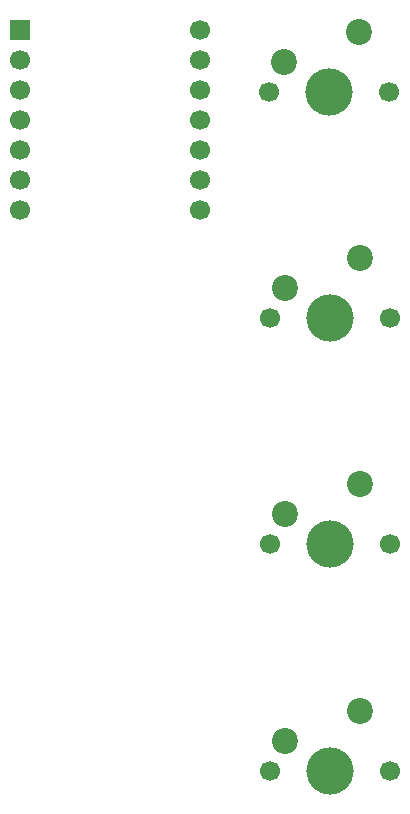
<source format=gbr>
%TF.GenerationSoftware,KiCad,Pcbnew,8.0.6*%
%TF.CreationDate,2024-11-02T08:16:50+08:00*%
%TF.ProjectId,macropad,6d616372-6f70-4616-942e-6b696361645f,rev?*%
%TF.SameCoordinates,Original*%
%TF.FileFunction,Soldermask,Top*%
%TF.FilePolarity,Negative*%
%FSLAX46Y46*%
G04 Gerber Fmt 4.6, Leading zero omitted, Abs format (unit mm)*
G04 Created by KiCad (PCBNEW 8.0.6) date 2024-11-02 08:16:50*
%MOMM*%
%LPD*%
G01*
G04 APERTURE LIST*
%ADD10C,1.700000*%
%ADD11C,4.000000*%
%ADD12C,2.200000*%
%ADD13R,1.700000X1.700000*%
G04 APERTURE END LIST*
D10*
%TO.C,SW4*%
X149354000Y-144098631D03*
D11*
X154434000Y-144098631D03*
D10*
X159514000Y-144098631D03*
D12*
X156974000Y-139018631D03*
X150624000Y-141558631D03*
%TD*%
D10*
%TO.C,SW3*%
X149396000Y-124916101D03*
D11*
X154476000Y-124916101D03*
D10*
X159556000Y-124916101D03*
D12*
X157016000Y-119836101D03*
X150666000Y-122376101D03*
%TD*%
D10*
%TO.C,SW1*%
X149340000Y-86592530D03*
D11*
X154420000Y-86592530D03*
D10*
X159500000Y-86592530D03*
D12*
X156960000Y-81512530D03*
X150610000Y-84052530D03*
%TD*%
D10*
%TO.C,SW2*%
X149380000Y-105774098D03*
D11*
X154460000Y-105774098D03*
D10*
X159540000Y-105774098D03*
D12*
X157000000Y-100694098D03*
X150650000Y-103234098D03*
%TD*%
D13*
%TO.C,U1*%
X128200000Y-81392015D03*
D10*
X128200000Y-83932015D03*
X128200000Y-86472015D03*
X128200000Y-89012015D03*
X128200000Y-91552015D03*
X128200000Y-94092015D03*
X128200000Y-96632015D03*
X143450000Y-96632015D03*
X143450000Y-94092015D03*
X143450000Y-91552015D03*
X143450000Y-89012015D03*
X143450000Y-86472015D03*
X143450000Y-83932015D03*
X143450000Y-81392015D03*
%TD*%
M02*

</source>
